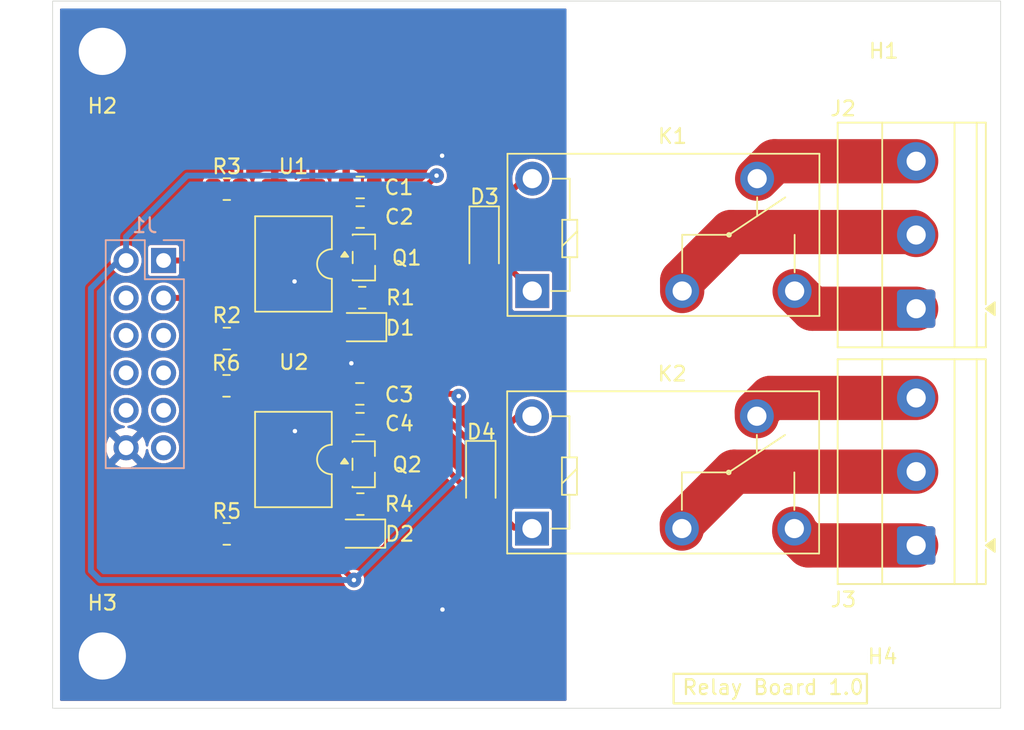
<source format=kicad_pcb>
(kicad_pcb (version 20241229) (generator "pcbnew") (generator_version "9.0")
  (title_block (title "Relay_Board") (date "2025-10-26") (rev "1.0") (company "PKl"))
  (layers (0 "F.Cu" signal) (2 "B.Cu" signal) (13 "F.Paste" user) (15 "B.Paste" user) (5 "F.SilkS" user "F.Silkscreen") (7 "B.SilkS" user "B.Silkscreen") (1 "F.Mask" user) (3 "B.Mask" user) (25 "Edge.Cuts" user))
  (net 0 "")
  (net 1 "K1_Pin5")
  (net 2 "GND")
  (net 3 "K1_Pin1")
  (net 4 "K1_Pin2")
  (net 5 "K1_Pin3")
  (net 6 "K1_Pin4")
  (net 11 "Net-(D1-K)")
  (net 12 "Net-(D2-K)")
  (net 13 "K2_Pin1")
  (net 16 "K1_ON")
  (net 17 "K2_ON")
  (net 20 "K2_Pin4")
  (net 21 "K2_Pin3")
  (net 22 "K2_Pin2")
  (net 23 "Net-(Q1-B)")
  (net 24 "Net-(Q2-B)")
  (net 25 "Net-(R2-Pad2)")
  (net 26 "Net-(R3-Pad1)")
  (net 27 "Net-(R5-Pad2)")
  (net 28 "Net-(R6-Pad1)")
  (footprint "LED_SMD:LED_0805_2012Metric" (layer "F.Cu") (at 154.5375 98.8 180)
    (property "Reference" "D1" (at -2.6125 -0.05 0) (layer "F.SilkS"))
    (property "Value" "LED")
    (fp_line (start 1 -0.96) (end -1.685 -0.96) (stroke (width 0.12)) (layer "F.SilkS"))
    (fp_line (start -1.685 0.96) (end 1 0.96) (stroke (width 0.12)) (layer "F.SilkS"))
    (fp_line (start -1.685 -0.96) (end -1.685 0.96) (stroke (width 0.12)) (layer "F.SilkS"))
    (pad "1" smd roundrect (at -0.9375 0 180) (size 0.975 1.4) (layers "F.Cu" "F.Mask" "F.Paste") (net 11 "Net-(D1-K)"))
    (pad "2" smd roundrect (at 0.9375 0 180) (size 0.975 1.4) (layers "F.Cu" "F.Mask" "F.Paste") (net 1 "K1_Pin5"))
  )
  (footprint "Capacitor_SMD:C_0805_2012Metric" (layer "F.Cu") (at 154.425 103.325)
    (property "Reference" "C3" (at 2.665 0.05 0) (layer "F.SilkS"))
    (property "Value" "100nF")
    (fp_line (start -0.261252 -0.735) (end 0.261252 -0.735) (stroke (width 0.12)) (layer "F.SilkS"))
    (fp_line (start -0.261252 0.735) (end 0.261252 0.735) (stroke (width 0.12)) (layer "F.SilkS"))
    (pad "1" smd roundrect (at -0.95 0) (size 1 1.45) (layers "F.Cu" "F.Mask" "F.Paste") (net 2 "GND"))
    (pad "2" smd roundrect (at 0.95 0) (size 1 1.45) (layers "F.Cu" "F.Mask" "F.Paste") (net 1 "K1_Pin5"))
  )
  (footprint "Diode_SMD:D_SOD-123F" (layer "F.Cu") (at 162.85 92.825 -90)
    (property "Reference" "D3" (at -2.875 -0.025 0) (layer "F.SilkS"))
    (property "Value" "1N4007FLTR")
    (fp_line (start -2.21 1) (end 1.65 1) (stroke (width 0.12)) (layer "F.SilkS"))
    (fp_line (start -2.21 -1) (end -2.21 1) (stroke (width 0.12)) (layer "F.SilkS"))
    (fp_line (start -2.21 -1) (end 1.65 -1) (stroke (width 0.12)) (layer "F.SilkS"))
    (pad "1" smd roundrect (at -1.4 0 270) (size 1.1 1.1) (layers "F.Cu" "F.Mask" "F.Paste") (roundrect_rratio 0.2272727273) (net 1 "K1_Pin5"))
    (pad "2" smd roundrect (at 1.4 0 270) (size 1.1 1.1) (layers "F.Cu" "F.Mask" "F.Paste") (roundrect_rratio 0.2272727273) (net 3 "K1_Pin1"))
  )
  (footprint "MountingHole:MountingHole_3.2mm_M3" (layer "F.Cu") (at 194.3 80.09)
    (property "Reference" "H1" (at -4.37 -0.02 0) (layer "F.SilkS"))
    (property "Value" "MountingHole")
    (pad "" np_thru_hole circle (at 0 0) (size 3.2 3.2) (drill 3.2) (layers "*.Cu" "*.Mask"))
  )
  (footprint "Package_TO_SOT_SMD:SOT-23" (layer "F.Cu") (at 154.6875 108.1)
    (property "Reference" "Q2" (at 2.9375 0.025 0) (layer "F.SilkS"))
    (property "Value" "BC817-40-DIO")
    (fp_line (start -0.76 -1.56) (end 0.76 -1.56) (stroke (width 0.12)) (layer "F.SilkS"))
    (fp_line (start -0.76 -1.51) (end -0.76 -1.56) (stroke (width 0.12)) (layer "F.SilkS"))
    (fp_line (start -0.76 0.39) (end -0.76 -0.39) (stroke (width 0.12)) (layer "F.SilkS"))
    (fp_line (start -0.76 1.56) (end -0.76 1.51) (stroke (width 0.12)) (layer "F.SilkS"))
    (fp_line (start 0.76 -1.56) (end 0.76 -0.56) (stroke (width 0.12)) (layer "F.SilkS"))
    (fp_line (start 0.76 0.56) (end 0.76 1.56) (stroke (width 0.12)) (layer "F.SilkS"))
    (fp_line (start 0.76 1.56) (end -0.76 1.56) (stroke (width 0.12)) (layer "F.SilkS"))
    (fp_poly (pts (xy -1.3 -0.38) (xy -1.06 -0.05) (xy -1.54 -0.05)) (stroke (width 0.12)) (fill yes) (layer "F.SilkS"))
    (pad "1" smd roundrect (at -0.9375 -0.95) (size 1.475 0.6) (layers "F.Cu" "F.Mask" "F.Paste") (net 24 "Net-(Q2-B)"))
    (pad "2" smd roundrect (at -0.9375 0.95) (size 1.475 0.6) (layers "F.Cu" "F.Mask" "F.Paste") (net 2 "GND"))
    (pad "3" smd roundrect (at 0.9375 0) (size 1.475 0.6) (layers "F.Cu" "F.Mask" "F.Paste") (net 13 "K2_Pin1"))
  )
  (footprint "TerminalBlock_Phoenix:TerminalBlock_Phoenix_MKDS-1,5-3_1x03_P5.00mm_Horizontal" (layer "F.Cu") (at 192.125 97.55 90)
    (property "Reference" "J2" (at 13.575 -4.95 0) (layer "F.SilkS"))
    (property "Value" "Relay 1")
    (fp_line (start 12.62 -5.32) (end 12.62 4.72) (stroke (width 0.12)) (layer "F.SilkS"))
    (fp_line (start -2.62 -5.32) (end 12.62 -5.32) (stroke (width 0.12)) (layer "F.SilkS"))
    (fp_line (start -2.62 -2.3) (end 12.62 -2.3) (stroke (width 0.12)) (layer "F.SilkS"))
    (fp_line (start -2.62 2.6) (end 12.62 2.6) (stroke (width 0.12)) (layer "F.SilkS"))
    (fp_line (start -2.62 4.1) (end 12.62 4.1) (stroke (width 0.12)) (layer "F.SilkS"))
    (fp_line (start 12.62 4.72) (end 0.3 4.72) (stroke (width 0.12)) (layer "F.SilkS"))
    (fp_line (start -0.3 4.72) (end -2.62 4.72) (stroke (width 0.12)) (layer "F.SilkS"))
    (fp_line (start -2.62 4.72) (end -2.62 -5.32) (stroke (width 0.12)) (layer "F.SilkS"))
    (fp_poly (pts (xy 0 4.72) (xy 0.44 5.33) (xy -0.44 5.33)) (stroke (width 0.12)) (fill yes) (layer "F.SilkS"))
    (pad "1" thru_hole roundrect (at 0 0 90) (size 2.6 2.6) (drill 1.3) (layers "*.Cu" "*.Mask") (roundrect_rratio 0.096154) (net 5 "K1_Pin3"))
    (pad "2" thru_hole circle (at 5 0 90) (size 2.6 2.6) (drill 1.3) (layers "*.Cu" "*.Mask") (net 4 "K1_Pin2"))
    (pad "3" thru_hole circle (at 10 0 90) (size 2.6 2.6) (drill 1.3) (layers "*.Cu" "*.Mask") (net 6 "K1_Pin4"))
  )
  (footprint "Capacitor_SMD:C_0805_2012Metric" (layer "F.Cu") (at 154.44 105.35)
    (property "Reference" "C4" (at 2.665 -0.01 0) (layer "F.SilkS"))
    (property "Value" "1uF")
    (fp_line (start -0.261252 -0.735) (end 0.261252 -0.735) (stroke (width 0.12)) (layer "F.SilkS"))
    (fp_line (start -0.261252 0.735) (end 0.261252 0.735) (stroke (width 0.12)) (layer "F.SilkS"))
    (pad "1" smd roundrect (at -0.95 0) (size 1 1.45) (layers "F.Cu" "F.Mask" "F.Paste") (net 2 "GND"))
    (pad "2" smd roundrect (at 0.95 0) (size 1 1.45) (layers "F.Cu" "F.Mask" "F.Paste") (net 1 "K1_Pin5"))
  )
  (footprint "Package_DIP:SMDIP-4_W9.53mm" (layer "F.Cu") (at 149.925 107.775 -90)
    (property "Reference" "U2" (at -6.6 -0.025 0) (layer "F.SilkS"))
    (property "Value" "LTV-817S-TA1-C")
    (fp_line (start -3.235 2.6) (end 3.235 2.6) (stroke (width 0.12)) (layer "F.SilkS"))
    (fp_line (start 3.235 2.6) (end 3.235 -2.6) (stroke (width 0.12)) (layer "F.SilkS"))
    (fp_line (start -3.235 -2.6) (end -3.235 2.6) (stroke (width 0.12)) (layer "F.SilkS"))
    (fp_line (start -1 -2.6) (end -3.235 -2.6) (stroke (width 0.12)) (layer "F.SilkS"))
    (fp_line (start 3.235 -2.6) (end 1 -2.6) (stroke (width 0.12)) (layer "F.SilkS"))
    (fp_arc (start 1 -2.6) (mid 0 -1.6) (end -1 -2.6) (stroke (width 0.12)) (layer "F.SilkS"))
    (pad "1" smd roundrect (at -4.765 -1.27 270) (size 2 1.78) (layers "F.Cu" "F.Mask" "F.Paste") (roundrect_rratio 0.140449) (net 28 "Net-(R6-Pad1)"))
    (pad "2" smd roundrect (at -4.765 1.27 270) (size 2 1.78) (layers "F.Cu" "F.Mask" "F.Paste") (roundrect_rratio 0.140449) (net 2 "GND"))
    (pad "3" smd roundrect (at 4.765 1.27 270) (size 2 1.78) (layers "F.Cu" "F.Mask" "F.Paste") (roundrect_rratio 0.140449) (net 27 "Net-(R5-Pad2)"))
    (pad "4" smd roundrect (at 4.765 -1.27 270) (size 2 1.78) (layers "F.Cu" "F.Mask" "F.Paste") (roundrect_rratio 0.140449) (net 1 "K1_Pin5"))
  )
  (footprint "Resistor_SMD:R_0805_2012Metric" (layer "F.Cu") (at 154.5875 96.8 180)
    (property "Reference" "R1" (at -2.5875 0 0) (layer "F.SilkS"))
    (property "Value" "2K2")
    (fp_line (start -0.227064 0.735) (end 0.227064 0.735) (stroke (width 0.12)) (layer "F.SilkS"))
    (fp_line (start -0.227064 -0.735) (end 0.227064 -0.735) (stroke (width 0.12)) (layer "F.SilkS"))
    (pad "1" smd roundrect (at -0.9125 0 180) (size 1.025 1.4) (layers "F.Cu" "F.Mask" "F.Paste") (roundrect_rratio 0.243902) (net 11 "Net-(D1-K)"))
    (pad "2" smd roundrect (at 0.9125 0 180) (size 1.025 1.4) (layers "F.Cu" "F.Mask" "F.Paste") (roundrect_rratio 0.243902) (net 3 "K1_Pin1"))
  )
  (footprint "MountingHole:MountingHole_3.2mm_M3_DIN965_Pad" (layer "F.Cu") (at 136.975 121.1)
    (property "Reference" "H3" (at 0 -3.6 0) (layer "F.SilkS"))
    (property "Value" "MountingHole_Pad")
    (pad "1" thru_hole circle (at 0 0) (size 5.6 5.6) (drill 3.2) (layers "*.Cu" "*.Mask") (net 2 "GND"))
  )
  (footprint "Capacitor_SMD:C_0805_2012Metric" (layer "F.Cu") (at 154.45 89.325)
    (property "Reference" "C1" (at 2.625 0 0) (layer "F.SilkS"))
    (property "Value" "100nF")
    (fp_line (start -0.261252 -0.735) (end 0.261252 -0.735) (stroke (width 0.12)) (layer "F.SilkS"))
    (fp_line (start -0.261252 0.735) (end 0.261252 0.735) (stroke (width 0.12)) (layer "F.SilkS"))
    (pad "1" smd roundrect (at -0.95 0) (size 1 1.45) (layers "F.Cu" "F.Mask" "F.Paste") (net 2 "GND"))
    (pad "2" smd roundrect (at 0.95 0) (size 1 1.45) (layers "F.Cu" "F.Mask" "F.Paste") (net 1 "K1_Pin5"))
  )
  (footprint "Resistor_SMD:R_0805_2012Metric" (layer "F.Cu") (at 145.39 102.78 180)
    (property "Reference" "R6" (at 0.02 1.54 0) (layer "F.SilkS"))
    (property "Value" "10K")
    (fp_line (start -0.227064 0.735) (end 0.227064 0.735) (stroke (width 0.12)) (layer "F.SilkS"))
    (fp_line (start -0.227064 -0.735) (end 0.227064 -0.735) (stroke (width 0.12)) (layer "F.SilkS"))
    (pad "1" smd roundrect (at -0.9125 0 180) (size 1.025 1.4) (layers "F.Cu" "F.Mask" "F.Paste") (roundrect_rratio 0.243902) (net 28 "Net-(R6-Pad1)"))
    (pad "2" smd roundrect (at 0.9125 0 180) (size 1.025 1.4) (layers "F.Cu" "F.Mask" "F.Paste") (roundrect_rratio 0.243902) (net 17 "K2_ON"))
  )
  (footprint "TerminalBlock_Phoenix:TerminalBlock_Phoenix_MKDS-1,5-3_1x03_P5.00mm_Horizontal" (layer "F.Cu") (at 192.125 113.6 90)
    (property "Reference" "J3" (at -3.675 -4.925 0) (layer "F.SilkS"))
    (property "Value" "Relay 2")
    (fp_line (start 12.62 -5.32) (end 12.62 4.72) (stroke (width 0.12)) (layer "F.SilkS"))
    (fp_line (start -2.62 -5.32) (end 12.62 -5.32) (stroke (width 0.12)) (layer "F.SilkS"))
    (fp_line (start -2.62 -2.3) (end 12.62 -2.3) (stroke (width 0.12)) (layer "F.SilkS"))
    (fp_line (start -2.62 2.6) (end 12.62 2.6) (stroke (width 0.12)) (layer "F.SilkS"))
    (fp_line (start -2.62 4.1) (end 12.62 4.1) (stroke (width 0.12)) (layer "F.SilkS"))
    (fp_line (start 12.62 4.72) (end 0.3 4.72) (stroke (width 0.12)) (layer "F.SilkS"))
    (fp_line (start -0.3 4.72) (end -2.62 4.72) (stroke (width 0.12)) (layer "F.SilkS"))
    (fp_line (start -2.62 4.72) (end -2.62 -5.32) (stroke (width 0.12)) (layer "F.SilkS"))
    (fp_poly (pts (xy 0 4.72) (xy 0.44 5.33) (xy -0.44 5.33)) (stroke (width 0.12)) (fill yes) (layer "F.SilkS"))
    (pad "1" thru_hole roundrect (at 0 0 90) (size 2.6 2.6) (drill 1.3) (layers "*.Cu" "*.Mask") (roundrect_rratio 0.096154) (net 21 "K2_Pin3"))
    (pad "2" thru_hole circle (at 5 0 90) (size 2.6 2.6) (drill 1.3) (layers "*.Cu" "*.Mask") (net 22 "K2_Pin2"))
    (pad "3" thru_hole circle (at 10 0 90) (size 2.6 2.6) (drill 1.3) (layers "*.Cu" "*.Mask") (net 20 "K2_Pin4"))
  )
  (footprint "Package_TO_SOT_SMD:SOT-23" (layer "F.Cu") (at 154.7 94.075)
    (property "Reference" "Q1" (at 2.9 0.025 0) (layer "F.SilkS"))
    (property "Value" "BC817-40-DIO")
    (fp_line (start -0.76 -1.56) (end 0.76 -1.56) (stroke (width 0.12)) (layer "F.SilkS"))
    (fp_line (start -0.76 -1.51) (end -0.76 -1.56) (stroke (width 0.12)) (layer "F.SilkS"))
    (fp_line (start -0.76 0.39) (end -0.76 -0.39) (stroke (width 0.12)) (layer "F.SilkS"))
    (fp_line (start -0.76 1.56) (end -0.76 1.51) (stroke (width 0.12)) (layer "F.SilkS"))
    (fp_line (start 0.76 -1.56) (end 0.76 -0.56) (stroke (width 0.12)) (layer "F.SilkS"))
    (fp_line (start 0.76 0.56) (end 0.76 1.56) (stroke (width 0.12)) (layer "F.SilkS"))
    (fp_line (start 0.76 1.56) (end -0.76 1.56) (stroke (width 0.12)) (layer "F.SilkS"))
    (fp_poly (pts (xy -1.3 -0.38) (xy -1.06 -0.05) (xy -1.54 -0.05)) (stroke (width 0.12)) (fill yes) (layer "F.SilkS"))
    (pad "1" smd roundrect (at -0.9375 -0.95) (size 1.475 0.6) (layers "F.Cu" "F.Mask" "F.Paste") (net 23 "Net-(Q1-B)"))
    (pad "2" smd roundrect (at -0.9375 0.95) (size 1.475 0.6) (layers "F.Cu" "F.Mask" "F.Paste") (net 2 "GND"))
    (pad "3" smd roundrect (at 0.9375 0) (size 1.475 0.6) (layers "F.Cu" "F.Mask" "F.Paste") (net 3 "K1_Pin1"))
  )
  (footprint "Capacitor_SMD:C_0805_2012Metric" (layer "F.Cu") (at 154.45 91.335)
    (property "Reference" "C2" (at 2.65 -0.01 0) (layer "F.SilkS"))
    (property "Value" "1uF")
    (fp_line (start -0.261252 -0.735) (end 0.261252 -0.735) (stroke (width 0.12)) (layer "F.SilkS"))
    (fp_line (start -0.261252 0.735) (end 0.261252 0.735) (stroke (width 0.12)) (layer "F.SilkS"))
    (pad "1" smd roundrect (at -0.95 0) (size 1 1.45) (layers "F.Cu" "F.Mask" "F.Paste") (net 2 "GND"))
    (pad "2" smd roundrect (at 0.95 0) (size 1 1.45) (layers "F.Cu" "F.Mask" "F.Paste") (net 1 "K1_Pin5"))
  )
  (footprint "Relay_THT:Relay_SPDT_Omron-G5Q-1" (layer "F.Cu") (at 166.11 96.35)
    (property "Reference" "K1" (at 9.5 -10.5 180) (layer "F.SilkS"))
    (property "Value" "G5Q-14-EU-5DC")
    (fp_line (start -1.68 -9.31) (end 19.46 -9.31) (stroke (width 0.12)) (layer "F.SilkS"))
    (fp_line (start -1.68 1.69) (end -1.68 -9.31) (stroke (width 0.12)) (layer "F.SilkS"))
    (fp_line (start -1.68 1.69) (end 19.46 1.69) (stroke (width 0.12)) (layer "F.SilkS"))
    (fp_line (start 1.27 0) (end 2.54 0) (stroke (width 0.12)) (layer "F.SilkS"))
    (fp_line (start 2.03 -4.83) (end 2.54 -4.83) (stroke (width 0.12)) (layer "F.SilkS"))
    (fp_line (start 2.03 -3.05) (end 3.05 -4.06) (stroke (width 0.12)) (layer "F.SilkS"))
    (fp_line (start 2.03 -2.29) (end 2.03 -4.83) (stroke (width 0.12)) (layer "F.SilkS"))
    (fp_line (start 2.54 -7.62) (end 1.27 -7.62) (stroke (width 0.12)) (layer "F.SilkS"))
    (fp_line (start 2.54 -4.83) (end 2.54 -7.62) (stroke (width 0.12)) (layer "F.SilkS"))
    (fp_line (start 2.54 -4.83) (end 3.05 -4.83) (stroke (width 0.12)) (layer "F.SilkS"))
    (fp_line (start 2.54 -2.29) (end 2.03 -2.29) (stroke (width 0.12)) (layer "F.SilkS"))
    (fp_line (start 2.54 0) (end 2.54 -2.29) (stroke (width 0.12)) (layer "F.SilkS"))
    (fp_line (start 3.05 -4.83) (end 3.05 -2.29) (stroke (width 0.12)) (layer "F.SilkS"))
    (fp_line (start 3.05 -2.29) (end 2.54 -2.29) (stroke (width 0.12)) (layer "F.SilkS"))
    (fp_line (start 10.16 -3.81) (end 13.335 -3.81) (stroke (width 0.12)) (layer "F.SilkS"))
    (fp_line (start 10.16 -1.27) (end 10.16 -3.81) (stroke (width 0.12)) (layer "F.SilkS"))
    (fp_line (start 13.335 -3.81) (end 17.145 -6.35) (stroke (width 0.12)) (layer "F.SilkS"))
    (fp_line (start 15.24 -6.35) (end 15.24 -5.08) (stroke (width 0.12)) (layer "F.SilkS"))
    (fp_line (start 17.78 -1.27) (end 17.78 -3.81) (stroke (width 0.12)) (layer "F.SilkS"))
    (fp_line (start 19.46 1.69) (end 19.46 -9.31) (stroke (width 0.12)) (layer "F.SilkS"))
    (fp_circle (center 13.335 -3.81) (end 13.462 -3.81) (stroke (width 0.12)) (fill no) (layer "F.SilkS"))
    (pad "1" thru_hole rect (at 0 0 180) (size 2.3 2.3) (drill 1.3) (layers "*.Cu" "*.Mask") (net 3 "K1_Pin1"))
    (pad "2" thru_hole circle (at 10.16 0 180) (size 2.3 2.3) (drill 1.3) (layers "*.Cu" "*.Mask") (net 4 "K1_Pin2"))
    (pad "3" thru_hole circle (at 17.78 0 180) (size 2.3 2.3) (drill 1.3) (layers "*.Cu" "*.Mask") (net 5 "K1_Pin3"))
    (pad "4" thru_hole circle (at 15.24 -7.62 180) (size 2.3 2.3) (drill 1.3) (layers "*.Cu" "*.Mask") (net 6 "K1_Pin4"))
    (pad "5" thru_hole circle (at 0 -7.62 180) (size 2.3 2.3) (drill 1.3) (layers "*.Cu" "*.Mask") (net 1 "K1_Pin5"))
  )
  (footprint "Diode_SMD:D_SOD-123F" (layer "F.Cu") (at 162.625 108.725 -90)
    (property "Reference" "D4" (at -2.825 -0.025 0) (layer "F.SilkS"))
    (property "Value" "1N4007FLTR")
    (fp_line (start -2.21 1) (end 1.65 1) (stroke (width 0.12)) (layer "F.SilkS"))
    (fp_line (start -2.21 -1) (end -2.21 1) (stroke (width 0.12)) (layer "F.SilkS"))
    (fp_line (start -2.21 -1) (end 1.65 -1) (stroke (width 0.12)) (layer "F.SilkS"))
    (pad "1" smd roundrect (at -1.4 0 270) (size 1.1 1.1) (layers "F.Cu" "F.Mask" "F.Paste") (roundrect_rratio 0.2272727273) (net 1 "K1_Pin5"))
    (pad "2" smd roundrect (at 1.4 0 270) (size 1.1 1.1) (layers "F.Cu" "F.Mask" "F.Paste") (roundrect_rratio 0.2272727273) (net 13 "K2_Pin1"))
  )
  (footprint "LED_SMD:LED_0805_2012Metric" (layer "F.Cu") (at 154.4625 112.8 180)
    (property "Reference" "D2" (at -2.6625 -0.025 0) (layer "F.SilkS"))
    (property "Value" "LED")
    (fp_line (start 1 -0.96) (end -1.685 -0.96) (stroke (width 0.12)) (layer "F.SilkS"))
    (fp_line (start -1.685 0.96) (end 1 0.96) (stroke (width 0.12)) (layer "F.SilkS"))
    (fp_line (start -1.685 -0.96) (end -1.685 0.96) (stroke (width 0.12)) (layer "F.SilkS"))
    (pad "1" smd roundrect (at -0.9375 0 180) (size 0.975 1.4) (layers "F.Cu" "F.Mask" "F.Paste") (net 12 "Net-(D2-K)"))
    (pad "2" smd roundrect (at 0.9375 0 180) (size 0.975 1.4) (layers "F.Cu" "F.Mask" "F.Paste") (net 1 "K1_Pin5"))
  )
  (footprint "Resistor_SMD:R_0805_2012Metric" (layer "F.Cu") (at 145.4125 99.575)
    (property "Reference" "R2" (at -0.0025 -1.575 0) (layer "F.SilkS"))
    (property "Value" "680")
    (fp_line (start -0.227064 -0.735) (end 0.227064 -0.735) (stroke (width 0.12)) (layer "F.SilkS"))
    (fp_line (start -0.227064 0.735) (end 0.227064 0.735) (stroke (width 0.12)) (layer "F.SilkS"))
    (pad "1" smd roundrect (at -0.9125 0) (size 1.025 1.4) (layers "F.Cu" "F.Mask" "F.Paste") (roundrect_rratio 0.243902) (net 23 "Net-(Q1-B)"))
    (pad "2" smd roundrect (at 0.9125 0) (size 1.025 1.4) (layers "F.Cu" "F.Mask" "F.Paste") (roundrect_rratio 0.243902) (net 25 "Net-(R2-Pad2)"))
  )
  (footprint "Relay_THT:Relay_SPDT_Omron-G5Q-1" (layer "F.Cu") (at 166.09 112.46)
    (property "Reference" "K2" (at 9.5 -10.5 180) (layer "F.SilkS"))
    (property "Value" "G5Q-14-EU-5DC")
    (fp_line (start -1.68 -9.31) (end 19.46 -9.31) (stroke (width 0.12)) (layer "F.SilkS"))
    (fp_line (start -1.68 1.69) (end -1.68 -9.31) (stroke (width 0.12)) (layer "F.SilkS"))
    (fp_line (start -1.68 1.69) (end 19.46 1.69) (stroke (width 0.12)) (layer "F.SilkS"))
    (fp_line (start 1.27 0) (end 2.54 0) (stroke (width 0.12)) (layer "F.SilkS"))
    (fp_line (start 2.03 -4.83) (end 2.54 -4.83) (stroke (width 0.12)) (layer "F.SilkS"))
    (fp_line (start 2.03 -3.05) (end 3.05 -4.06) (stroke (width 0.12)) (layer "F.SilkS"))
    (fp_line (start 2.03 -2.29) (end 2.03 -4.83) (stroke (width 0.12)) (layer "F.SilkS"))
    (fp_line (start 2.54 -7.62) (end 1.27 -7.62) (stroke (width 0.12)) (layer "F.SilkS"))
    (fp_line (start 2.54 -4.83) (end 2.54 -7.62) (stroke (width 0.12)) (layer "F.SilkS"))
    (fp_line (start 2.54 -4.83) (end 3.05 -4.83) (stroke (width 0.12)) (layer "F.SilkS"))
    (fp_line (start 2.54 -2.29) (end 2.03 -2.29) (stroke (width 0.12)) (layer "F.SilkS"))
    (fp_line (start 2.54 0) (end 2.54 -2.29) (stroke (width 0.12)) (layer "F.SilkS"))
    (fp_line (start 3.05 -4.83) (end 3.05 -2.29) (stroke (width 0.12)) (layer "F.SilkS"))
    (fp_line (start 3.05 -2.29) (end 2.54 -2.29) (stroke (width 0.12)) (layer "F.SilkS"))
    (fp_line (start 10.16 -3.81) (end 13.335 -3.81) (stroke (width 0.12)) (layer "F.SilkS"))
    (fp_line (start 10.16 -1.27) (end 10.16 -3.81) (stroke (width 0.12)) (layer "F.SilkS"))
    (fp_line (start 13.335 -3.81) (end 17.145 -6.35) (stroke (width 0.12)) (layer "F.SilkS"))
    (fp_line (start 15.24 -6.35) (end 15.24 -5.08) (stroke (width 0.12)) (layer "F.SilkS"))
    (fp_line (start 17.78 -1.27) (end 17.78 -3.81) (stroke (width 0.12)) (layer "F.SilkS"))
    (fp_line (start 19.46 1.69) (end 19.46 -9.31) (stroke (width 0.12)) (layer "F.SilkS"))
    (fp_circle (center 13.335 -3.81) (end 13.462 -3.81) (stroke (width 0.12)) (fill no) (layer "F.SilkS"))
    (pad "1" thru_hole rect (at 0 0 180) (size 2.3 2.3) (drill 1.3) (layers "*.Cu" "*.Mask") (net 13 "K2_Pin1"))
    (pad "2" thru_hole circle (at 10.16 0 180) (size 2.3 2.3) (drill 1.3) (layers "*.Cu" "*.Mask") (net 22 "K2_Pin2"))
    (pad "3" thru_hole circle (at 17.78 0 180) (size 2.3 2.3) (drill 1.3) (layers "*.Cu" "*.Mask") (net 21 "K2_Pin3"))
    (pad "4" thru_hole circle (at 15.24 -7.62 180) (size 2.3 2.3) (drill 1.3) (layers "*.Cu" "*.Mask") (net 20 "K2_Pin4"))
    (pad "5" thru_hole circle (at 0 -7.62 180) (size 2.3 2.3) (drill 1.3) (layers "*.Cu" "*.Mask") (net 1 "K1_Pin5"))
  )
  (footprint "Package_DIP:SMDIP-4_W9.53mm" (layer "F.Cu") (at 149.93 94.515 -90)
    (property "Reference" "U1" (at -6.615 0.005 0) (layer "F.SilkS"))
    (property "Value" "LTV-817S-TA1-C")
    (fp_line (start -3.235 2.6) (end 3.235 2.6) (stroke (width 0.12)) (layer "F.SilkS"))
    (fp_line (start 3.235 2.6) (end 3.235 -2.6) (stroke (width 0.12)) (layer "F.SilkS"))
    (fp_line (start -3.235 -2.6) (end -3.235 2.6) (stroke (width 0.12)) (layer "F.SilkS"))
    (fp_line (start -1 -2.6) (end -3.235 -2.6) (stroke (width 0.12)) (layer "F.SilkS"))
    (fp_line (start 3.235 -2.6) (end 1 -2.6) (stroke (width 0.12)) (layer "F.SilkS"))
    (fp_arc (start 1 -2.6) (mid 0 -1.6) (end -1 -2.6) (stroke (width 0.12)) (layer "F.SilkS"))
    (pad "1" smd roundrect (at -4.765 -1.27 270) (size 2 1.78) (layers "F.Cu" "F.Mask" "F.Paste") (roundrect_rratio 0.140449) (net 26 "Net-(R3-Pad1)"))
    (pad "2" smd roundrect (at -4.765 1.27 270) (size 2 1.78) (layers "F.Cu" "F.Mask" "F.Paste") (roundrect_rratio 0.140449) (net 2 "GND"))
    (pad "3" smd roundrect (at 4.765 1.27 270) (size 2 1.78) (layers "F.Cu" "F.Mask" "F.Paste") (roundrect_rratio 0.140449) (net 25 "Net-(R2-Pad2)"))
    (pad "4" smd roundrect (at 4.765 -1.27 270) (size 2 1.78) (layers "F.Cu" "F.Mask" "F.Paste") (roundrect_rratio 0.140449) (net 1 "K1_Pin5"))
  )
  (footprint "Resistor_SMD:R_0805_2012Metric" (layer "F.Cu") (at 154.4625 110.8 180)
    (property "Reference" "R4" (at -2.6225 0 0) (layer "F.SilkS"))
    (property "Value" "2K2")
    (fp_line (start -0.227064 0.735) (end 0.227064 0.735) (stroke (width 0.12)) (layer "F.SilkS"))
    (fp_line (start -0.227064 -0.735) (end 0.227064 -0.735) (stroke (width 0.12)) (layer "F.SilkS"))
    (pad "1" smd roundrect (at -0.9125 0 180) (size 1.025 1.4) (layers "F.Cu" "F.Mask" "F.Paste") (roundrect_rratio 0.243902) (net 12 "Net-(D2-K)"))
    (pad "2" smd roundrect (at 0.9125 0 180) (size 1.025 1.4) (layers "F.Cu" "F.Mask" "F.Paste") (roundrect_rratio 0.243902) (net 13 "K2_Pin1"))
  )
  (footprint "MountingHole:MountingHole_3.2mm_M3" (layer "F.Cu") (at 194.29 121.14)
    (property "Reference" "H4" (at -4.44 -0.01 0) (layer "F.SilkS"))
    (property "Value" "MountingHole")
    (pad "" np_thru_hole circle (at 0 0) (size 3.2 3.2) (drill 3.2) (layers "*.Cu" "*.Mask"))
  )
  (footprint "MountingHole:MountingHole_3.2mm_M3_DIN965_Pad" (layer "F.Cu") (at 136.975 80.1)
    (property "Reference" "H2" (at 0 3.7 0) (layer "F.SilkS"))
    (property "Value" "MountingHole_Pad")
    (pad "1" thru_hole circle (at 0 0) (size 5.6 5.6) (drill 3.2) (layers "*.Cu" "*.Mask") (net 2 "GND"))
  )
  (footprint "Resistor_SMD:R_0805_2012Metric" (layer "F.Cu") (at 145.41 89.44 180)
    (property "Reference" "R3" (at 0 1.53 0) (layer "F.SilkS"))
    (property "Value" "10K")
    (fp_line (start -0.227064 0.735) (end 0.227064 0.735) (stroke (width 0.12)) (layer "F.SilkS"))
    (fp_line (start -0.227064 -0.735) (end 0.227064 -0.735) (stroke (width 0.12)) (layer "F.SilkS"))
    (pad "1" smd roundrect (at -0.9125 0 180) (size 1.025 1.4) (layers "F.Cu" "F.Mask" "F.Paste") (roundrect_rratio 0.243902) (net 26 "Net-(R3-Pad1)"))
    (pad "2" smd roundrect (at 0.9125 0 180) (size 1.025 1.4) (layers "F.Cu" "F.Mask" "F.Paste") (roundrect_rratio 0.243902) (net 16 "K1_ON"))
  )
  (footprint "Resistor_SMD:R_0805_2012Metric" (layer "F.Cu") (at 145.4075 112.82)
    (property "Reference" "R5" (at 0 -1.54 0) (layer "F.SilkS"))
    (property "Value" "680")
    (fp_line (start -0.227064 -0.735) (end 0.227064 -0.735) (stroke (width 0.12)) (layer "F.SilkS"))
    (fp_line (start -0.227064 0.735) (end 0.227064 0.735) (stroke (width 0.12)) (layer "F.SilkS"))
    (pad "1" smd roundrect (at -0.9125 0) (size 1.025 1.4) (layers "F.Cu" "F.Mask" "F.Paste") (roundrect_rratio 0.243902) (net 24 "Net-(Q2-B)"))
    (pad "2" smd roundrect (at 0.9125 0) (size 1.025 1.4) (layers "F.Cu" "F.Mask" "F.Paste") (roundrect_rratio 0.243902) (net 27 "Net-(R5-Pad2)"))
  )
  (footprint "Connector_PinHeader_2.54mm:PinHeader_2x06_P2.54mm_Vertical" (layer "B.Cu") (at 141.125 94.28 180)
    (property "Reference" "J1" (at 1.27 2.38 0) (layer "B.SilkS") (effects (justify mirror)))
    (property "Value" "COM")
    (fp_line (start 3.92 1.38) (end 3.92 -14.08) (stroke (width 0.12)) (layer "B.SilkS"))
    (fp_line (start 1.27 1.38) (end 3.92 1.38) (stroke (width 0.12)) (layer "B.SilkS"))
    (fp_line (start 1.27 -1.27) (end 1.27 1.38) (stroke (width 0.12)) (layer "B.SilkS"))
    (fp_line (start -1.38 1.38) (end 0 1.38) (stroke (width 0.12)) (layer "B.SilkS"))
    (fp_line (start -1.38 0) (end -1.38 1.38) (stroke (width 0.12)) (layer "B.SilkS"))
    (fp_line (start -1.38 -1.27) (end 1.27 -1.27) (stroke (width 0.12)) (layer "B.SilkS"))
    (fp_line (start -1.38 -1.27) (end -1.38 -14.08) (stroke (width 0.12)) (layer "B.SilkS"))
    (fp_line (start -1.38 -14.08) (end 3.92 -14.08) (stroke (width 0.12)) (layer "B.SilkS"))
    (pad "1" thru_hole rect (at 0 0 180) (size 1.7 1.7) (drill 1) (layers "*.Cu" "*.Mask") (net 16 "K1_ON"))
    (pad "2" thru_hole circle (at 2.54 0 180) (size 1.7 1.7) (drill 1) (layers "*.Cu" "*.Mask") (net 1 "K1_Pin5"))
    (pad "3" thru_hole circle (at 0 -2.54 180) (size 1.7 1.7) (drill 1) (layers "*.Cu" "*.Mask") (net 17 "K2_ON"))
    (pad "4" thru_hole circle (at 2.54 -2.54 180) (size 1.7 1.7) (drill 1) (layers "*.Cu" "*.Mask"))
    (pad "5" thru_hole circle (at 0 -5.08 180) (size 1.7 1.7) (drill 1) (layers "*.Cu" "*.Mask"))
    (pad "6" thru_hole circle (at 2.54 -5.08 180) (size 1.7 1.7) (drill 1) (layers "*.Cu" "*.Mask"))
    (pad "7" thru_hole circle (at 0 -7.62 180) (size 1.7 1.7) (drill 1) (layers "*.Cu" "*.Mask"))
    (pad "8" thru_hole circle (at 2.54 -7.62 180) (size 1.7 1.7) (drill 1) (layers "*.Cu" "*.Mask"))
    (pad "9" thru_hole circle (at 0 -10.16 180) (size 1.7 1.7) (drill 1) (layers "*.Cu" "*.Mask"))
    (pad "10" thru_hole circle (at 2.54 -10.16 180) (size 1.7 1.7) (drill 1) (layers "*.Cu" "*.Mask"))
    (pad "11" thru_hole circle (at 0 -12.7 180) (size 1.7 1.7) (drill 1) (layers "*.Cu" "*.Mask"))
    (pad "12" thru_hole circle (at 2.54 -12.7 180) (size 1.7 1.7) (drill 1) (layers "*.Cu" "*.Mask") (net 2 "GND"))
  )
  (gr_rect (start 175.69 122.31) (end 188.79 124.31) (stroke (width 0.15)) (fill no) (layer "F.SilkS"))
  (gr_rect (start 133.607152 76.69) (end 197.85 124.645) (stroke (width 0.05)) (fill no) (layer "Edge.Cuts"))
  (gr_text "Relay Board 1.0" (at 176.19 123.81 0) (layer "F.SilkS") (effects (font (size 1 1)) (justify left bottom)))
  (segment (start 155.4 89.325) (end 158.825 89.325) (width 0.4) (layer "F.Cu") (net 1))
  (segment (start 153.6 98.8) (end 151.68 98.8) (width 0.4) (layer "F.Cu") (net 1))
  (segment (start 155.4 91.335) (end 162.76 91.335) (width 0.4) (layer "F.Cu") (net 1))
  (segment (start 153.6 98.8) (end 153.6 99.25) (width 0.4) (layer "F.Cu") (net 1))
  (segment (start 155.375 105.335) (end 155.39 105.35) (width 0.4) (layer "F.Cu") (net 1))
  (segment (start 155.375 103.325) (end 155.375 105.335) (width 0.4) (layer "F.Cu") (net 1))
  (segment (start 155.375 101.025) (end 155.375 103.325) (width 0.4) (layer "F.Cu") (net 1))
  (segment (start 153.525 112.8) (end 153.525 115.45) (width 0.4) (layer "F.Cu") (net 1))
  (segment (start 165.545 88.73) (end 162.85 91.425) (width 0.4) (layer "F.Cu") (net 1))
  (segment (start 165.835 104.775) (end 165.175 104.775) (width 0.4) (layer "F.Cu") (net 1))
  (segment (start 161.125 103.475) (end 160.975 103.325) (width 0.4) (layer "F.Cu") (net 1))
  (segment (start 166.11 88.73) (end 165.545 88.73) (width 0.4) (layer "F.Cu") (net 1))
  (segment (start 153.525 112.8) (end 151.455 112.8) (width 0.4) (layer "F.Cu") (net 1))
  (segment (start 155.39 105.35) (end 160.65 105.35) (width 0.4) (layer "F.Cu") (net 1))
  (segment (start 165.175 104.775) (end 162.625 107.325) (width 0.4) (layer "F.Cu") (net 1))
  (segment (start 151.68 98.8) (end 151.2 99.28) (width 0.4) (layer "F.Cu") (net 1))
  (segment (start 155.4 91.335) (end 155.4 89.325) (width 0.4) (layer "F.Cu") (net 1))
  (segment (start 153.525 115.45) (end 154.025 115.95) (width 0.4) (layer "F.Cu") (net 1))
  (segment (start 151.455 112.8) (end 151.195 112.54) (width 0.4) (layer "F.Cu") (net 1))
  (segment (start 160.65 105.35) (end 162.625 107.325) (width 0.4) (layer "F.Cu") (net 1))
  (segment (start 158.825 89.325) (end 159.625 88.525) (width 0.4) (layer "F.Cu") (net 1))
  (segment (start 153.6 99.25) (end 155.375 101.025) (width 0.4) (layer "F.Cu") (net 1))
  (segment (start 160.975 103.325) (end 155.375 103.325) (width 0.4) (layer "F.Cu") (net 1))
  (segment (start 162.76 91.335) (end 162.85 91.425) (width 0.4) (layer "F.Cu") (net 1))
  (via (at 159.625 88.525) (size 1) (drill 0.3) (layers "F.Cu" "B.Cu") (net 1))
  (via (at 154.025 115.95) (size 1) (drill 0.3) (layers "F.Cu" "B.Cu") (net 1))
  (via (at 161.125 103.475) (size 1) (drill 0.3) (layers "F.Cu" "B.Cu") (net 1))
  (segment (start 136.2 96.175) (end 136.2 115.325) (width 0.4) (layer "B.Cu") (net 1))
  (segment (start 138.585 92.665) (end 142.725 88.525) (width 0.4) (layer "B.Cu") (net 1))
  (segment (start 142.725 88.525) (end 159.625 88.525) (width 0.4) (layer "B.Cu") (net 1))
  (segment (start 136.825 115.95) (end 154.025 115.95) (width 0.4) (layer "B.Cu") (net 1))
  (segment (start 138.585 94.28) (end 138.095 94.28) (width 0.4) (layer "B.Cu") (net 1))
  (segment (start 154.025 115.95) (end 161.125 108.85) (width 0.4) (layer "B.Cu") (net 1))
  (segment (start 138.585 94.28) (end 138.585 92.665) (width 0.4) (layer "B.Cu") (net 1))
  (segment (start 138.095 94.28) (end 136.2 96.175) (width 0.4) (layer "B.Cu") (net 1))
  (segment (start 136.2 115.325) (end 136.825 115.95) (width 0.4) (layer "B.Cu") (net 1))
  (segment (start 161.125 108.85) (end 161.125 103.475) (width 0.4) (layer "B.Cu") (net 1))
  (via (at 153.85 101.25) (size 1) (drill 0.3) (layers "F.Cu" "B.Cu") (net 2))
  (via (at 150.025 105.85) (size 1) (drill 0.3) (layers "F.Cu" "B.Cu") (net 2))
  (via (at 160.025 117.95) (size 1) (drill 0.3) (layers "F.Cu" "B.Cu") (net 2))
  (via (at 160 87.175) (size 1) (drill 0.3) (layers "F.Cu" "B.Cu") (net 2))
  (via (at 150 95.7) (size 1) (drill 0.3) (layers "F.Cu" "B.Cu") (net 2))
  (segment (start 155.6375 94.8875) (end 155.6375 94.075) (width 0.4) (layer "F.Cu") (net 3))
  (segment (start 163.985 94.225) (end 166.11 96.35) (width 0.4) (layer "F.Cu") (net 3))
  (segment (start 155.6375 94.075) (end 162.7 94.075) (width 0.4) (layer "F.Cu") (net 3))
  (segment (start 162.85 94.225) (end 163.985 94.225) (width 0.4) (layer "F.Cu") (net 3))
  (segment (start 153.725 96.8) (end 155.6375 94.8875) (width 0.4) (layer "F.Cu") (net 3))
  (segment (start 153.675 96.8) (end 153.725 96.8) (width 0.4) (layer "F.Cu") (net 3))
  (segment (start 162.7 94.075) (end 162.85 94.225) (width 0.4) (layer "F.Cu") (net 3))
  (segment (start 176.27 95.655) (end 179.575 92.35) (width 3) (layer "F.Cu") (net 4))
  (segment (start 191.925 92.35) (end 192.125 92.55) (width 3) (layer "F.Cu") (net 4))
  (segment (start 176.27 96.35) (end 176.27 95.655) (width 3) (layer "F.Cu") (net 4))
  (segment (start 179.575 92.35) (end 191.925 92.35) (width 3) (layer "F.Cu") (net 4))
  (segment (start 185.09 97.55) (end 192.125 97.55) (width 3) (layer "F.Cu") (net 5))
  (segment (start 183.89 96.35) (end 185.09 97.55) (width 3) (layer "F.Cu") (net 5))
  (segment (start 182.53 87.55) (end 192.125 87.55) (width 3) (layer "F.Cu") (net 6))
  (segment (start 181.35 88.73) (end 182.53 87.55) (width 3) (layer "F.Cu") (net 6))
  (segment (start 155.5 98.775) (end 155.5 96.8) (width 0.4) (layer "F.Cu") (net 11))
  (segment (start 155.475 98.8) (end 155.5 98.775) (width 0.4) (layer "F.Cu") (net 11))
  (segment (start 155.375 112.775) (end 155.4 112.8) (width 0.4) (layer "F.Cu") (net 12))
  (segment (start 155.375 110.8) (end 155.375 112.775) (width 0.4) (layer "F.Cu") (net 12))
  (segment (start 155.625 108.1) (end 155.525 108.2) (width 0.4) (layer "F.Cu") (net 13))
  (segment (start 162.625 110.125) (end 164.895 112.395) (width 0.4) (layer "F.Cu") (net 13))
  (segment (start 155.525 108.2) (end 155.525 108.825) (width 0.4) (layer "F.Cu") (net 13))
  (segment (start 164.895 112.395) (end 165.835 112.395) (width 0.4) (layer "F.Cu") (net 13))
  (segment (start 155.525 108.825) (end 153.55 110.8) (width 0.4) (layer "F.Cu") (net 13))
  (segment (start 159.975 108.1) (end 162 110.125) (width 0.4) (layer "F.Cu") (net 13))
  (segment (start 155.625 108.1) (end 159.975 108.1) (width 0.4) (layer "F.Cu") (net 13))
  (segment (start 162 110.125) (end 162.625 110.125) (width 0.4) (layer "F.Cu") (net 13))
  (segment (start 144.5 93.225) (end 143.445 94.28) (width 0.4) (layer "F.Cu") (net 16))
  (segment (start 143.445 94.28) (end 141.125 94.28) (width 0.4) (layer "F.Cu") (net 16))
  (segment (start 144.5 89.45) (end 144.5 93.225) (width 0.4) (layer "F.Cu") (net 16))
  (segment (start 143.35 102.775) (end 144.475 102.775) (width 0.4) (layer "F.Cu") (net 17))
  (segment (start 142.645 96.82) (end 143.175 97.35) (width 0.4) (layer "F.Cu") (net 17))
  (segment (start 141.125 96.82) (end 142.645 96.82) (width 0.4) (layer "F.Cu") (net 17))
  (segment (start 143.175 102.6) (end 143.35 102.775) (width 0.4) (layer "F.Cu") (net 17))
  (segment (start 143.175 97.35) (end 143.175 102.6) (width 0.4) (layer "F.Cu") (net 17))
  (segment (start 181.33 104.84) (end 181.33 104.52) (width 3) (layer "F.Cu") (net 20))
  (segment (start 182.25 103.6) (end 192.125 103.6) (width 3) (layer "F.Cu") (net 20))
  (segment (start 181.33 104.52) (end 182.25 103.6) (width 3) (layer "F.Cu") (net 20))
  (segment (start 183.87 112.46) (end 183.87 112.65) (width 3) (layer "F.Cu") (net 21))
  (segment (start 184.82 113.6) (end 192.125 113.6) (width 3) (layer "F.Cu") (net 21))
  (segment (start 183.87 112.65) (end 184.82 113.6) (width 3) (layer "F.Cu") (net 21))
  (segment (start 179.79 108.6) (end 192.125 108.6) (width 3) (layer "F.Cu") (net 22))
  (segment (start 176.25 112.46) (end 176.25 112.14) (width 3) (layer "F.Cu") (net 22))
  (segment (start 176.25 112.14) (end 179.79 108.6) (width 3) (layer "F.Cu") (net 22))
  (segment (start 144.5 95.625) (end 147 93.125) (width 0.4) (layer "F.Cu") (net 23))
  (segment (start 144.5 99.575) (end 144.5 95.625) (width 0.4) (layer "F.Cu") (net 23))
  (segment (start 147 93.125) (end 153.7625 93.125) (width 0.4) (layer "F.Cu") (net 23))
  (segment (start 144.5 108.975) (end 146.325 107.15) (width 0.4) (layer "F.Cu") (net 24))
  (segment (start 144.5 112.825) (end 144.5 108.975) (width 0.4) (layer "F.Cu") (net 24))
  (segment (start 146.325 107.15) (end 153.75 107.15) (width 0.4) (layer "F.Cu") (net 24))
  (segment (start 148.365 99.575) (end 148.66 99.28) (width 0.4) (layer "F.Cu") (net 25))
  (segment (start 146.325 99.575) (end 148.365 99.575) (width 0.4) (layer "F.Cu") (net 25))
  (segment (start 146.325 89.45) (end 146.325 87.7) (width 0.4) (layer "F.Cu") (net 26))
  (segment (start 150.625 87.25) (end 151.2 87.825) (width 0.4) (layer "F.Cu") (net 26))
  (segment (start 146.325 87.7) (end 146.775 87.25) (width 0.4) (layer "F.Cu") (net 26))
  (segment (start 146.775 87.25) (end 150.625 87.25) (width 0.4) (layer "F.Cu") (net 26))
  (segment (start 151.2 87.825) (end 151.2 89.75) (width 0.4) (layer "F.Cu") (net 26))
  (segment (start 147.285 112.54) (end 148.655 112.54) (width 0.4) (layer "F.Cu") (net 27))
  (segment (start 146.925 112.9) (end 147.285 112.54) (width 0.4) (layer "F.Cu") (net 27))
  (segment (start 150.725 100.825) (end 151.195 101.295) (width 0.4) (layer "F.Cu") (net 28))
  (segment (start 147.15 100.825) (end 150.725 100.825) (width 0.4) (layer "F.Cu") (net 28))
  (segment (start 151.195 101.295) (end 151.195 103.01) (width 0.4) (layer "F.Cu") (net 28))
  (segment (start 146.3 102.775) (end 146.3 101.675) (width 0.4) (layer "F.Cu") (net 28))
  (segment (start 146.3 101.675) (end 147.15 100.825) (width 0.4) (layer "F.Cu") (net 28))
  (zone (net 2) (net_name "GND") (layers "F.Cu" "B.Cu") (connect_pads (clearance 0.2)) (min_thickness 0.16) (fill yes (thermal_gap 0.5) (thermal_bridge_width 0.5))
    (polygon (pts (xy 168.43 76.7) (xy 168.435 124.64) (xy 133.625 124.625) (xy 133.6 76.7)))
  )
)
</source>
